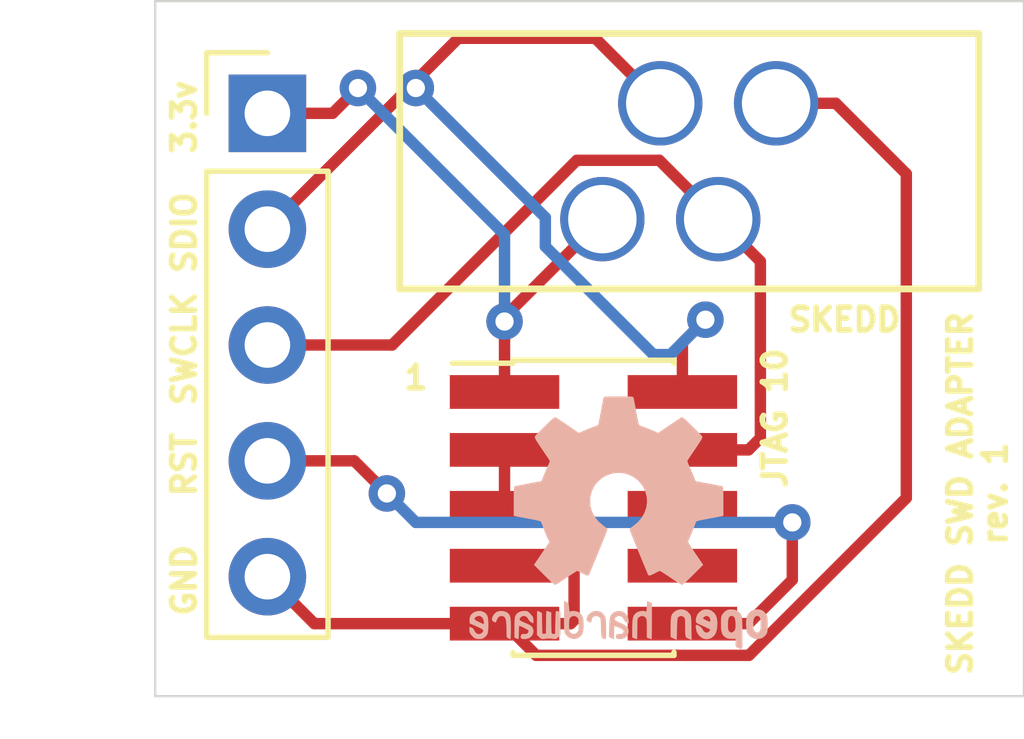
<source format=kicad_pcb>
(kicad_pcb (version 20171130) (host pcbnew 5.1.8-db9833491~88~ubuntu20.10.1)

  (general
    (thickness 1.6)
    (drawings 14)
    (tracks 52)
    (zones 0)
    (modules 4)
    (nets 9)
  )

  (page A4)
  (layers
    (0 F.Cu signal)
    (31 B.Cu signal)
    (32 B.Adhes user)
    (33 F.Adhes user)
    (34 B.Paste user)
    (35 F.Paste user)
    (36 B.SilkS user)
    (37 F.SilkS user)
    (38 B.Mask user)
    (39 F.Mask user)
    (40 Dwgs.User user)
    (41 Cmts.User user)
    (42 Eco1.User user)
    (43 Eco2.User user)
    (44 Edge.Cuts user)
    (45 Margin user)
    (46 B.CrtYd user)
    (47 F.CrtYd user)
    (48 B.Fab user)
    (49 F.Fab user)
  )

  (setup
    (last_trace_width 0.25)
    (trace_clearance 0.2)
    (zone_clearance 0.508)
    (zone_45_only no)
    (trace_min 0.2)
    (via_size 0.8)
    (via_drill 0.4)
    (via_min_size 0.4)
    (via_min_drill 0.3)
    (uvia_size 0.3)
    (uvia_drill 0.1)
    (uvias_allowed no)
    (uvia_min_size 0.2)
    (uvia_min_drill 0.1)
    (edge_width 0.05)
    (segment_width 0.2)
    (pcb_text_width 0.3)
    (pcb_text_size 1.5 1.5)
    (mod_edge_width 0.12)
    (mod_text_size 1 1)
    (mod_text_width 0.15)
    (pad_size 1.524 1.524)
    (pad_drill 0.762)
    (pad_to_mask_clearance 0)
    (aux_axis_origin 0 0)
    (visible_elements FFFFFF7F)
    (pcbplotparams
      (layerselection 0x010fc_ffffffff)
      (usegerberextensions false)
      (usegerberattributes true)
      (usegerberadvancedattributes true)
      (creategerberjobfile true)
      (excludeedgelayer true)
      (linewidth 0.100000)
      (plotframeref false)
      (viasonmask false)
      (mode 1)
      (useauxorigin false)
      (hpglpennumber 1)
      (hpglpenspeed 20)
      (hpglpendiameter 15.000000)
      (psnegative false)
      (psa4output false)
      (plotreference true)
      (plotvalue true)
      (plotinvisibletext false)
      (padsonsilk false)
      (subtractmaskfromsilk false)
      (outputformat 1)
      (mirror false)
      (drillshape 0)
      (scaleselection 1)
      (outputdirectory ""))
  )

  (net 0 "")
  (net 1 GND)
  (net 2 "Net-(J1-Pad8)")
  (net 3 "Net-(J1-Pad7)")
  (net 4 "Net-(J1-Pad6)")
  (net 5 /SWCLK)
  (net 6 /SWDIO)
  (net 7 +3V3)
  (net 8 /RST)

  (net_class Default "This is the default net class."
    (clearance 0.2)
    (trace_width 0.25)
    (via_dia 0.8)
    (via_drill 0.4)
    (uvia_dia 0.3)
    (uvia_drill 0.1)
    (add_net +3V3)
    (add_net /RST)
    (add_net /SWCLK)
    (add_net /SWDIO)
    (add_net GND)
    (add_net "Net-(J1-Pad6)")
    (add_net "Net-(J1-Pad7)")
    (add_net "Net-(J1-Pad8)")
  )

  (module Symbols:OSHW-Logo2_7.3x6mm_SilkScreen (layer B.Cu) (tedit 0) (tstamp 5FC8847A)
    (at 33.655 29.21 180)
    (descr "Open Source Hardware Symbol")
    (tags "Logo Symbol OSHW")
    (attr virtual)
    (fp_text reference REF*** (at 0 0) (layer B.SilkS) hide
      (effects (font (size 1 1) (thickness 0.15)) (justify mirror))
    )
    (fp_text value OSHW-Logo2_7.3x6mm_SilkScreen (at 0.75 0) (layer B.Fab) hide
      (effects (font (size 1 1) (thickness 0.15)) (justify mirror))
    )
    (fp_poly (pts (xy -2.400256 -1.919918) (xy -2.344799 -1.947568) (xy -2.295852 -1.99848) (xy -2.282371 -2.017338)
      (xy -2.267686 -2.042015) (xy -2.258158 -2.068816) (xy -2.252707 -2.104587) (xy -2.250253 -2.156169)
      (xy -2.249714 -2.224267) (xy -2.252148 -2.317588) (xy -2.260606 -2.387657) (xy -2.276826 -2.439931)
      (xy -2.302546 -2.479869) (xy -2.339503 -2.512929) (xy -2.342218 -2.514886) (xy -2.37864 -2.534908)
      (xy -2.422498 -2.544815) (xy -2.478276 -2.547257) (xy -2.568952 -2.547257) (xy -2.56899 -2.635283)
      (xy -2.569834 -2.684308) (xy -2.574976 -2.713065) (xy -2.588413 -2.730311) (xy -2.614142 -2.744808)
      (xy -2.620321 -2.747769) (xy -2.649236 -2.761648) (xy -2.671624 -2.770414) (xy -2.688271 -2.771171)
      (xy -2.699964 -2.761023) (xy -2.70749 -2.737073) (xy -2.711634 -2.696426) (xy -2.713185 -2.636186)
      (xy -2.712929 -2.553455) (xy -2.711651 -2.445339) (xy -2.711252 -2.413) (xy -2.709815 -2.301524)
      (xy -2.708528 -2.228603) (xy -2.569029 -2.228603) (xy -2.568245 -2.290499) (xy -2.56476 -2.330997)
      (xy -2.556876 -2.357708) (xy -2.542895 -2.378244) (xy -2.533403 -2.38826) (xy -2.494596 -2.417567)
      (xy -2.460237 -2.419952) (xy -2.424784 -2.39575) (xy -2.423886 -2.394857) (xy -2.409461 -2.376153)
      (xy -2.400687 -2.350732) (xy -2.396261 -2.311584) (xy -2.394882 -2.251697) (xy -2.394857 -2.23843)
      (xy -2.398188 -2.155901) (xy -2.409031 -2.098691) (xy -2.42866 -2.063766) (xy -2.45835 -2.048094)
      (xy -2.475509 -2.046514) (xy -2.516234 -2.053926) (xy -2.544168 -2.07833) (xy -2.560983 -2.12298)
      (xy -2.56835 -2.19113) (xy -2.569029 -2.228603) (xy -2.708528 -2.228603) (xy -2.708292 -2.215245)
      (xy -2.706323 -2.150333) (xy -2.70355 -2.102958) (xy -2.699612 -2.06929) (xy -2.694151 -2.045498)
      (xy -2.686808 -2.027753) (xy -2.677223 -2.012224) (xy -2.673113 -2.006381) (xy -2.618595 -1.951185)
      (xy -2.549664 -1.91989) (xy -2.469928 -1.911165) (xy -2.400256 -1.919918)) (layer B.SilkS) (width 0.01))
    (fp_poly (pts (xy -1.283907 -1.92778) (xy -1.237328 -1.954723) (xy -1.204943 -1.981466) (xy -1.181258 -2.009484)
      (xy -1.164941 -2.043748) (xy -1.154661 -2.089227) (xy -1.149086 -2.150892) (xy -1.146884 -2.233711)
      (xy -1.146629 -2.293246) (xy -1.146629 -2.512391) (xy -1.208314 -2.540044) (xy -1.27 -2.567697)
      (xy -1.277257 -2.32767) (xy -1.280256 -2.238028) (xy -1.283402 -2.172962) (xy -1.287299 -2.128026)
      (xy -1.292553 -2.09877) (xy -1.299769 -2.080748) (xy -1.30955 -2.069511) (xy -1.312688 -2.067079)
      (xy -1.360239 -2.048083) (xy -1.408303 -2.0556) (xy -1.436914 -2.075543) (xy -1.448553 -2.089675)
      (xy -1.456609 -2.10822) (xy -1.461729 -2.136334) (xy -1.464559 -2.179173) (xy -1.465744 -2.241895)
      (xy -1.465943 -2.307261) (xy -1.465982 -2.389268) (xy -1.467386 -2.447316) (xy -1.472086 -2.486465)
      (xy -1.482013 -2.51178) (xy -1.499097 -2.528323) (xy -1.525268 -2.541156) (xy -1.560225 -2.554491)
      (xy -1.598404 -2.569007) (xy -1.593859 -2.311389) (xy -1.592029 -2.218519) (xy -1.589888 -2.149889)
      (xy -1.586819 -2.100711) (xy -1.582206 -2.066198) (xy -1.575432 -2.041562) (xy -1.565881 -2.022016)
      (xy -1.554366 -2.00477) (xy -1.49881 -1.94968) (xy -1.43102 -1.917822) (xy -1.357287 -1.910191)
      (xy -1.283907 -1.92778)) (layer B.SilkS) (width 0.01))
    (fp_poly (pts (xy -2.958885 -1.921962) (xy -2.890855 -1.957733) (xy -2.840649 -2.015301) (xy -2.822815 -2.052312)
      (xy -2.808937 -2.107882) (xy -2.801833 -2.178096) (xy -2.80116 -2.254727) (xy -2.806573 -2.329552)
      (xy -2.81773 -2.394342) (xy -2.834286 -2.440873) (xy -2.839374 -2.448887) (xy -2.899645 -2.508707)
      (xy -2.971231 -2.544535) (xy -3.048908 -2.55502) (xy -3.127452 -2.53881) (xy -3.149311 -2.529092)
      (xy -3.191878 -2.499143) (xy -3.229237 -2.459433) (xy -3.232768 -2.454397) (xy -3.247119 -2.430124)
      (xy -3.256606 -2.404178) (xy -3.26221 -2.370022) (xy -3.264914 -2.321119) (xy -3.265701 -2.250935)
      (xy -3.265714 -2.2352) (xy -3.265678 -2.230192) (xy -3.120571 -2.230192) (xy -3.119727 -2.29643)
      (xy -3.116404 -2.340386) (xy -3.109417 -2.368779) (xy -3.097584 -2.388325) (xy -3.091543 -2.394857)
      (xy -3.056814 -2.41968) (xy -3.023097 -2.418548) (xy -2.989005 -2.397016) (xy -2.968671 -2.374029)
      (xy -2.956629 -2.340478) (xy -2.949866 -2.287569) (xy -2.949402 -2.281399) (xy -2.948248 -2.185513)
      (xy -2.960312 -2.114299) (xy -2.98543 -2.068194) (xy -3.02344 -2.047635) (xy -3.037008 -2.046514)
      (xy -3.072636 -2.052152) (xy -3.097006 -2.071686) (xy -3.111907 -2.109042) (xy -3.119125 -2.16815)
      (xy -3.120571 -2.230192) (xy -3.265678 -2.230192) (xy -3.265174 -2.160413) (xy -3.262904 -2.108159)
      (xy -3.257932 -2.071949) (xy -3.249287 -2.045299) (xy -3.235995 -2.021722) (xy -3.233057 -2.017338)
      (xy -3.183687 -1.958249) (xy -3.129891 -1.923947) (xy -3.064398 -1.910331) (xy -3.042158 -1.909665)
      (xy -2.958885 -1.921962)) (layer B.SilkS) (width 0.01))
    (fp_poly (pts (xy -1.831697 -1.931239) (xy -1.774473 -1.969735) (xy -1.730251 -2.025335) (xy -1.703833 -2.096086)
      (xy -1.69849 -2.148162) (xy -1.699097 -2.169893) (xy -1.704178 -2.186531) (xy -1.718145 -2.201437)
      (xy -1.745411 -2.217973) (xy -1.790388 -2.239498) (xy -1.857489 -2.269374) (xy -1.857829 -2.269524)
      (xy -1.919593 -2.297813) (xy -1.970241 -2.322933) (xy -2.004596 -2.342179) (xy -2.017482 -2.352848)
      (xy -2.017486 -2.352934) (xy -2.006128 -2.376166) (xy -1.979569 -2.401774) (xy -1.949077 -2.420221)
      (xy -1.93363 -2.423886) (xy -1.891485 -2.411212) (xy -1.855192 -2.379471) (xy -1.837483 -2.344572)
      (xy -1.820448 -2.318845) (xy -1.787078 -2.289546) (xy -1.747851 -2.264235) (xy -1.713244 -2.250471)
      (xy -1.706007 -2.249714) (xy -1.697861 -2.26216) (xy -1.69737 -2.293972) (xy -1.703357 -2.336866)
      (xy -1.714643 -2.382558) (xy -1.73005 -2.422761) (xy -1.730829 -2.424322) (xy -1.777196 -2.489062)
      (xy -1.837289 -2.533097) (xy -1.905535 -2.554711) (xy -1.976362 -2.552185) (xy -2.044196 -2.523804)
      (xy -2.047212 -2.521808) (xy -2.100573 -2.473448) (xy -2.13566 -2.410352) (xy -2.155078 -2.327387)
      (xy -2.157684 -2.304078) (xy -2.162299 -2.194055) (xy -2.156767 -2.142748) (xy -2.017486 -2.142748)
      (xy -2.015676 -2.174753) (xy -2.005778 -2.184093) (xy -1.981102 -2.177105) (xy -1.942205 -2.160587)
      (xy -1.898725 -2.139881) (xy -1.897644 -2.139333) (xy -1.860791 -2.119949) (xy -1.846 -2.107013)
      (xy -1.849647 -2.093451) (xy -1.865005 -2.075632) (xy -1.904077 -2.049845) (xy -1.946154 -2.04795)
      (xy -1.983897 -2.066717) (xy -2.009966 -2.102915) (xy -2.017486 -2.142748) (xy -2.156767 -2.142748)
      (xy -2.152806 -2.106027) (xy -2.12845 -2.036212) (xy -2.094544 -1.987302) (xy -2.033347 -1.937878)
      (xy -1.965937 -1.913359) (xy -1.89712 -1.911797) (xy -1.831697 -1.931239)) (layer B.SilkS) (width 0.01))
    (fp_poly (pts (xy -0.624114 -1.851289) (xy -0.619861 -1.910613) (xy -0.614975 -1.945572) (xy -0.608205 -1.96082)
      (xy -0.598298 -1.961015) (xy -0.595086 -1.959195) (xy -0.552356 -1.946015) (xy -0.496773 -1.946785)
      (xy -0.440263 -1.960333) (xy -0.404918 -1.977861) (xy -0.368679 -2.005861) (xy -0.342187 -2.037549)
      (xy -0.324001 -2.077813) (xy -0.312678 -2.131543) (xy -0.306778 -2.203626) (xy -0.304857 -2.298951)
      (xy -0.304823 -2.317237) (xy -0.3048 -2.522646) (xy -0.350509 -2.53858) (xy -0.382973 -2.54942)
      (xy -0.400785 -2.554468) (xy -0.401309 -2.554514) (xy -0.403063 -2.540828) (xy -0.404556 -2.503076)
      (xy -0.405674 -2.446224) (xy -0.406303 -2.375234) (xy -0.4064 -2.332073) (xy -0.406602 -2.246973)
      (xy -0.407642 -2.185981) (xy -0.410169 -2.144177) (xy -0.414836 -2.116642) (xy -0.422293 -2.098456)
      (xy -0.433189 -2.084698) (xy -0.439993 -2.078073) (xy -0.486728 -2.051375) (xy -0.537728 -2.049375)
      (xy -0.583999 -2.071955) (xy -0.592556 -2.080107) (xy -0.605107 -2.095436) (xy -0.613812 -2.113618)
      (xy -0.619369 -2.139909) (xy -0.622474 -2.179562) (xy -0.623824 -2.237832) (xy -0.624114 -2.318173)
      (xy -0.624114 -2.522646) (xy -0.669823 -2.53858) (xy -0.702287 -2.54942) (xy -0.720099 -2.554468)
      (xy -0.720623 -2.554514) (xy -0.721963 -2.540623) (xy -0.723172 -2.501439) (xy -0.724199 -2.4407)
      (xy -0.724998 -2.362141) (xy -0.725519 -2.269498) (xy -0.725714 -2.166509) (xy -0.725714 -1.769342)
      (xy -0.678543 -1.749444) (xy -0.631371 -1.729547) (xy -0.624114 -1.851289)) (layer B.SilkS) (width 0.01))
    (fp_poly (pts (xy 0.039744 -1.950968) (xy 0.096616 -1.972087) (xy 0.097267 -1.972493) (xy 0.13244 -1.99838)
      (xy 0.158407 -2.028633) (xy 0.17667 -2.068058) (xy 0.188732 -2.121462) (xy 0.196096 -2.193651)
      (xy 0.200264 -2.289432) (xy 0.200629 -2.303078) (xy 0.205876 -2.508842) (xy 0.161716 -2.531678)
      (xy 0.129763 -2.54711) (xy 0.11047 -2.554423) (xy 0.109578 -2.554514) (xy 0.106239 -2.541022)
      (xy 0.103587 -2.504626) (xy 0.101956 -2.451452) (xy 0.1016 -2.408393) (xy 0.101592 -2.338641)
      (xy 0.098403 -2.294837) (xy 0.087288 -2.273944) (xy 0.063501 -2.272925) (xy 0.022296 -2.288741)
      (xy -0.039914 -2.317815) (xy -0.085659 -2.341963) (xy -0.109187 -2.362913) (xy -0.116104 -2.385747)
      (xy -0.116114 -2.386877) (xy -0.104701 -2.426212) (xy -0.070908 -2.447462) (xy -0.019191 -2.450539)
      (xy 0.018061 -2.450006) (xy 0.037703 -2.460735) (xy 0.049952 -2.486505) (xy 0.057002 -2.519337)
      (xy 0.046842 -2.537966) (xy 0.043017 -2.540632) (xy 0.007001 -2.55134) (xy -0.043434 -2.552856)
      (xy -0.095374 -2.545759) (xy -0.132178 -2.532788) (xy -0.183062 -2.489585) (xy -0.211986 -2.429446)
      (xy -0.217714 -2.382462) (xy -0.213343 -2.340082) (xy -0.197525 -2.305488) (xy -0.166203 -2.274763)
      (xy -0.115322 -2.24399) (xy -0.040824 -2.209252) (xy -0.036286 -2.207288) (xy 0.030821 -2.176287)
      (xy 0.072232 -2.150862) (xy 0.089981 -2.128014) (xy 0.086107 -2.104745) (xy 0.062643 -2.078056)
      (xy 0.055627 -2.071914) (xy 0.00863 -2.0481) (xy -0.040067 -2.049103) (xy -0.082478 -2.072451)
      (xy -0.110616 -2.115675) (xy -0.113231 -2.12416) (xy -0.138692 -2.165308) (xy -0.170999 -2.185128)
      (xy -0.217714 -2.20477) (xy -0.217714 -2.15395) (xy -0.203504 -2.080082) (xy -0.161325 -2.012327)
      (xy -0.139376 -1.989661) (xy -0.089483 -1.960569) (xy -0.026033 -1.9474) (xy 0.039744 -1.950968)) (layer B.SilkS) (width 0.01))
    (fp_poly (pts (xy 0.529926 -1.949755) (xy 0.595858 -1.974084) (xy 0.649273 -2.017117) (xy 0.670164 -2.047409)
      (xy 0.692939 -2.102994) (xy 0.692466 -2.143186) (xy 0.668562 -2.170217) (xy 0.659717 -2.174813)
      (xy 0.62153 -2.189144) (xy 0.602028 -2.185472) (xy 0.595422 -2.161407) (xy 0.595086 -2.148114)
      (xy 0.582992 -2.09921) (xy 0.551471 -2.064999) (xy 0.507659 -2.048476) (xy 0.458695 -2.052634)
      (xy 0.418894 -2.074227) (xy 0.40545 -2.086544) (xy 0.395921 -2.101487) (xy 0.389485 -2.124075)
      (xy 0.385317 -2.159328) (xy 0.382597 -2.212266) (xy 0.380502 -2.287907) (xy 0.37996 -2.311857)
      (xy 0.377981 -2.39379) (xy 0.375731 -2.451455) (xy 0.372357 -2.489608) (xy 0.367006 -2.513004)
      (xy 0.358824 -2.526398) (xy 0.346959 -2.534545) (xy 0.339362 -2.538144) (xy 0.307102 -2.550452)
      (xy 0.288111 -2.554514) (xy 0.281836 -2.540948) (xy 0.278006 -2.499934) (xy 0.2766 -2.430999)
      (xy 0.277598 -2.333669) (xy 0.277908 -2.318657) (xy 0.280101 -2.229859) (xy 0.282693 -2.165019)
      (xy 0.286382 -2.119067) (xy 0.291864 -2.086935) (xy 0.299835 -2.063553) (xy 0.310993 -2.043852)
      (xy 0.31683 -2.03541) (xy 0.350296 -1.998057) (xy 0.387727 -1.969003) (xy 0.392309 -1.966467)
      (xy 0.459426 -1.946443) (xy 0.529926 -1.949755)) (layer B.SilkS) (width 0.01))
    (fp_poly (pts (xy 1.190117 -2.065358) (xy 1.189933 -2.173837) (xy 1.189219 -2.257287) (xy 1.187675 -2.319704)
      (xy 1.185001 -2.365085) (xy 1.180894 -2.397429) (xy 1.175055 -2.420733) (xy 1.167182 -2.438995)
      (xy 1.161221 -2.449418) (xy 1.111855 -2.505945) (xy 1.049264 -2.541377) (xy 0.980013 -2.55409)
      (xy 0.910668 -2.542463) (xy 0.869375 -2.521568) (xy 0.826025 -2.485422) (xy 0.796481 -2.441276)
      (xy 0.778655 -2.383462) (xy 0.770463 -2.306313) (xy 0.769302 -2.249714) (xy 0.769458 -2.245647)
      (xy 0.870857 -2.245647) (xy 0.871476 -2.31055) (xy 0.874314 -2.353514) (xy 0.88084 -2.381622)
      (xy 0.892523 -2.401953) (xy 0.906483 -2.417288) (xy 0.953365 -2.44689) (xy 1.003701 -2.449419)
      (xy 1.051276 -2.424705) (xy 1.054979 -2.421356) (xy 1.070783 -2.403935) (xy 1.080693 -2.383209)
      (xy 1.086058 -2.352362) (xy 1.088228 -2.304577) (xy 1.088571 -2.251748) (xy 1.087827 -2.185381)
      (xy 1.084748 -2.141106) (xy 1.078061 -2.112009) (xy 1.066496 -2.091173) (xy 1.057013 -2.080107)
      (xy 1.01296 -2.052198) (xy 0.962224 -2.048843) (xy 0.913796 -2.070159) (xy 0.90445 -2.078073)
      (xy 0.88854 -2.095647) (xy 0.87861 -2.116587) (xy 0.873278 -2.147782) (xy 0.871163 -2.196122)
      (xy 0.870857 -2.245647) (xy 0.769458 -2.245647) (xy 0.77281 -2.158568) (xy 0.784726 -2.090086)
      (xy 0.807135 -2.0386) (xy 0.842124 -1.998443) (xy 0.869375 -1.977861) (xy 0.918907 -1.955625)
      (xy 0.976316 -1.945304) (xy 1.029682 -1.948067) (xy 1.059543 -1.959212) (xy 1.071261 -1.962383)
      (xy 1.079037 -1.950557) (xy 1.084465 -1.918866) (xy 1.088571 -1.870593) (xy 1.093067 -1.816829)
      (xy 1.099313 -1.784482) (xy 1.110676 -1.765985) (xy 1.130528 -1.75377) (xy 1.143 -1.748362)
      (xy 1.190171 -1.728601) (xy 1.190117 -2.065358)) (layer B.SilkS) (width 0.01))
    (fp_poly (pts (xy 1.779833 -1.958663) (xy 1.782048 -1.99685) (xy 1.783784 -2.054886) (xy 1.784899 -2.12818)
      (xy 1.785257 -2.205055) (xy 1.785257 -2.465196) (xy 1.739326 -2.511127) (xy 1.707675 -2.539429)
      (xy 1.67989 -2.550893) (xy 1.641915 -2.550168) (xy 1.62684 -2.548321) (xy 1.579726 -2.542948)
      (xy 1.540756 -2.539869) (xy 1.531257 -2.539585) (xy 1.499233 -2.541445) (xy 1.453432 -2.546114)
      (xy 1.435674 -2.548321) (xy 1.392057 -2.551735) (xy 1.362745 -2.54432) (xy 1.33368 -2.521427)
      (xy 1.323188 -2.511127) (xy 1.277257 -2.465196) (xy 1.277257 -1.978602) (xy 1.314226 -1.961758)
      (xy 1.346059 -1.949282) (xy 1.364683 -1.944914) (xy 1.369458 -1.958718) (xy 1.373921 -1.997286)
      (xy 1.377775 -2.056356) (xy 1.380722 -2.131663) (xy 1.382143 -2.195286) (xy 1.386114 -2.445657)
      (xy 1.420759 -2.450556) (xy 1.452268 -2.447131) (xy 1.467708 -2.436041) (xy 1.472023 -2.415308)
      (xy 1.475708 -2.371145) (xy 1.478469 -2.309146) (xy 1.480012 -2.234909) (xy 1.480235 -2.196706)
      (xy 1.480457 -1.976783) (xy 1.526166 -1.960849) (xy 1.558518 -1.950015) (xy 1.576115 -1.944962)
      (xy 1.576623 -1.944914) (xy 1.578388 -1.958648) (xy 1.580329 -1.99673) (xy 1.582282 -2.054482)
      (xy 1.584084 -2.127227) (xy 1.585343 -2.195286) (xy 1.589314 -2.445657) (xy 1.6764 -2.445657)
      (xy 1.680396 -2.21724) (xy 1.684392 -1.988822) (xy 1.726847 -1.966868) (xy 1.758192 -1.951793)
      (xy 1.776744 -1.944951) (xy 1.777279 -1.944914) (xy 1.779833 -1.958663)) (layer B.SilkS) (width 0.01))
    (fp_poly (pts (xy 2.144876 -1.956335) (xy 2.186667 -1.975344) (xy 2.219469 -1.998378) (xy 2.243503 -2.024133)
      (xy 2.260097 -2.057358) (xy 2.270577 -2.1028) (xy 2.276271 -2.165207) (xy 2.278507 -2.249327)
      (xy 2.278743 -2.304721) (xy 2.278743 -2.520826) (xy 2.241774 -2.53767) (xy 2.212656 -2.549981)
      (xy 2.198231 -2.554514) (xy 2.195472 -2.541025) (xy 2.193282 -2.504653) (xy 2.191942 -2.451542)
      (xy 2.191657 -2.409372) (xy 2.190434 -2.348447) (xy 2.187136 -2.300115) (xy 2.182321 -2.270518)
      (xy 2.178496 -2.264229) (xy 2.152783 -2.270652) (xy 2.112418 -2.287125) (xy 2.065679 -2.309458)
      (xy 2.020845 -2.333457) (xy 1.986193 -2.35493) (xy 1.970002 -2.369685) (xy 1.969938 -2.369845)
      (xy 1.97133 -2.397152) (xy 1.983818 -2.423219) (xy 2.005743 -2.444392) (xy 2.037743 -2.451474)
      (xy 2.065092 -2.450649) (xy 2.103826 -2.450042) (xy 2.124158 -2.459116) (xy 2.136369 -2.483092)
      (xy 2.137909 -2.487613) (xy 2.143203 -2.521806) (xy 2.129047 -2.542568) (xy 2.092148 -2.552462)
      (xy 2.052289 -2.554292) (xy 1.980562 -2.540727) (xy 1.943432 -2.521355) (xy 1.897576 -2.475845)
      (xy 1.873256 -2.419983) (xy 1.871073 -2.360957) (xy 1.891629 -2.305953) (xy 1.922549 -2.271486)
      (xy 1.95342 -2.252189) (xy 2.001942 -2.227759) (xy 2.058485 -2.202985) (xy 2.06791 -2.199199)
      (xy 2.130019 -2.171791) (xy 2.165822 -2.147634) (xy 2.177337 -2.123619) (xy 2.16658 -2.096635)
      (xy 2.148114 -2.075543) (xy 2.104469 -2.049572) (xy 2.056446 -2.047624) (xy 2.012406 -2.067637)
      (xy 1.980709 -2.107551) (xy 1.976549 -2.117848) (xy 1.952327 -2.155724) (xy 1.916965 -2.183842)
      (xy 1.872343 -2.206917) (xy 1.872343 -2.141485) (xy 1.874969 -2.101506) (xy 1.88623 -2.069997)
      (xy 1.911199 -2.036378) (xy 1.935169 -2.010484) (xy 1.972441 -1.973817) (xy 2.001401 -1.954121)
      (xy 2.032505 -1.94622) (xy 2.067713 -1.944914) (xy 2.144876 -1.956335)) (layer B.SilkS) (width 0.01))
    (fp_poly (pts (xy 2.6526 -1.958752) (xy 2.669948 -1.966334) (xy 2.711356 -1.999128) (xy 2.746765 -2.046547)
      (xy 2.768664 -2.097151) (xy 2.772229 -2.122098) (xy 2.760279 -2.156927) (xy 2.734067 -2.175357)
      (xy 2.705964 -2.186516) (xy 2.693095 -2.188572) (xy 2.686829 -2.173649) (xy 2.674456 -2.141175)
      (xy 2.669028 -2.126502) (xy 2.63859 -2.075744) (xy 2.59452 -2.050427) (xy 2.53801 -2.051206)
      (xy 2.533825 -2.052203) (xy 2.503655 -2.066507) (xy 2.481476 -2.094393) (xy 2.466327 -2.139287)
      (xy 2.45725 -2.204615) (xy 2.453286 -2.293804) (xy 2.452914 -2.341261) (xy 2.45273 -2.416071)
      (xy 2.451522 -2.467069) (xy 2.448309 -2.499471) (xy 2.442109 -2.518495) (xy 2.43194 -2.529356)
      (xy 2.416819 -2.537272) (xy 2.415946 -2.53767) (xy 2.386828 -2.549981) (xy 2.372403 -2.554514)
      (xy 2.370186 -2.540809) (xy 2.368289 -2.502925) (xy 2.366847 -2.445715) (xy 2.365998 -2.374027)
      (xy 2.365829 -2.321565) (xy 2.366692 -2.220047) (xy 2.37007 -2.143032) (xy 2.377142 -2.086023)
      (xy 2.389088 -2.044526) (xy 2.40709 -2.014043) (xy 2.432327 -1.99008) (xy 2.457247 -1.973355)
      (xy 2.517171 -1.951097) (xy 2.586911 -1.946076) (xy 2.6526 -1.958752)) (layer B.SilkS) (width 0.01))
    (fp_poly (pts (xy 3.153595 -1.966966) (xy 3.211021 -2.004497) (xy 3.238719 -2.038096) (xy 3.260662 -2.099064)
      (xy 3.262405 -2.147308) (xy 3.258457 -2.211816) (xy 3.109686 -2.276934) (xy 3.037349 -2.310202)
      (xy 2.990084 -2.336964) (xy 2.965507 -2.360144) (xy 2.961237 -2.382667) (xy 2.974889 -2.407455)
      (xy 2.989943 -2.423886) (xy 3.033746 -2.450235) (xy 3.081389 -2.452081) (xy 3.125145 -2.431546)
      (xy 3.157289 -2.390752) (xy 3.163038 -2.376347) (xy 3.190576 -2.331356) (xy 3.222258 -2.312182)
      (xy 3.265714 -2.295779) (xy 3.265714 -2.357966) (xy 3.261872 -2.400283) (xy 3.246823 -2.435969)
      (xy 3.21528 -2.476943) (xy 3.210592 -2.482267) (xy 3.175506 -2.51872) (xy 3.145347 -2.538283)
      (xy 3.107615 -2.547283) (xy 3.076335 -2.55023) (xy 3.020385 -2.550965) (xy 2.980555 -2.54166)
      (xy 2.955708 -2.527846) (xy 2.916656 -2.497467) (xy 2.889625 -2.464613) (xy 2.872517 -2.423294)
      (xy 2.863238 -2.367521) (xy 2.859693 -2.291305) (xy 2.85941 -2.252622) (xy 2.860372 -2.206247)
      (xy 2.948007 -2.206247) (xy 2.949023 -2.231126) (xy 2.951556 -2.2352) (xy 2.968274 -2.229665)
      (xy 3.004249 -2.215017) (xy 3.052331 -2.19419) (xy 3.062386 -2.189714) (xy 3.123152 -2.158814)
      (xy 3.156632 -2.131657) (xy 3.16399 -2.10622) (xy 3.146391 -2.080481) (xy 3.131856 -2.069109)
      (xy 3.07941 -2.046364) (xy 3.030322 -2.050122) (xy 2.989227 -2.077884) (xy 2.960758 -2.127152)
      (xy 2.951631 -2.166257) (xy 2.948007 -2.206247) (xy 2.860372 -2.206247) (xy 2.861285 -2.162249)
      (xy 2.868196 -2.095384) (xy 2.881884 -2.046695) (xy 2.904096 -2.010849) (xy 2.936574 -1.982513)
      (xy 2.950733 -1.973355) (xy 3.015053 -1.949507) (xy 3.085473 -1.948006) (xy 3.153595 -1.966966)) (layer B.SilkS) (width 0.01))
    (fp_poly (pts (xy 0.10391 2.757652) (xy 0.182454 2.757222) (xy 0.239298 2.756058) (xy 0.278105 2.753793)
      (xy 0.302538 2.75006) (xy 0.316262 2.744494) (xy 0.32294 2.736727) (xy 0.326236 2.726395)
      (xy 0.326556 2.725057) (xy 0.331562 2.700921) (xy 0.340829 2.653299) (xy 0.353392 2.587259)
      (xy 0.368287 2.507872) (xy 0.384551 2.420204) (xy 0.385119 2.417125) (xy 0.40141 2.331211)
      (xy 0.416652 2.255304) (xy 0.429861 2.193955) (xy 0.440054 2.151718) (xy 0.446248 2.133145)
      (xy 0.446543 2.132816) (xy 0.464788 2.123747) (xy 0.502405 2.108633) (xy 0.551271 2.090738)
      (xy 0.551543 2.090642) (xy 0.613093 2.067507) (xy 0.685657 2.038035) (xy 0.754057 2.008403)
      (xy 0.757294 2.006938) (xy 0.868702 1.956374) (xy 1.115399 2.12484) (xy 1.191077 2.176197)
      (xy 1.259631 2.222111) (xy 1.317088 2.25997) (xy 1.359476 2.287163) (xy 1.382825 2.301079)
      (xy 1.385042 2.302111) (xy 1.40201 2.297516) (xy 1.433701 2.275345) (xy 1.481352 2.234553)
      (xy 1.546198 2.174095) (xy 1.612397 2.109773) (xy 1.676214 2.046388) (xy 1.733329 1.988549)
      (xy 1.780305 1.939825) (xy 1.813703 1.90379) (xy 1.830085 1.884016) (xy 1.830694 1.882998)
      (xy 1.832505 1.869428) (xy 1.825683 1.847267) (xy 1.80854 1.813522) (xy 1.779393 1.7652)
      (xy 1.736555 1.699308) (xy 1.679448 1.614483) (xy 1.628766 1.539823) (xy 1.583461 1.47286)
      (xy 1.54615 1.417484) (xy 1.519452 1.37758) (xy 1.505985 1.357038) (xy 1.505137 1.355644)
      (xy 1.506781 1.335962) (xy 1.519245 1.297707) (xy 1.540048 1.248111) (xy 1.547462 1.232272)
      (xy 1.579814 1.16171) (xy 1.614328 1.081647) (xy 1.642365 1.012371) (xy 1.662568 0.960955)
      (xy 1.678615 0.921881) (xy 1.687888 0.901459) (xy 1.689041 0.899886) (xy 1.706096 0.897279)
      (xy 1.746298 0.890137) (xy 1.804302 0.879477) (xy 1.874763 0.866315) (xy 1.952335 0.851667)
      (xy 2.031672 0.836551) (xy 2.107431 0.821982) (xy 2.174264 0.808978) (xy 2.226828 0.798555)
      (xy 2.259776 0.79173) (xy 2.267857 0.789801) (xy 2.276205 0.785038) (xy 2.282506 0.774282)
      (xy 2.287045 0.753902) (xy 2.290104 0.720266) (xy 2.291967 0.669745) (xy 2.292918 0.598708)
      (xy 2.29324 0.503524) (xy 2.293257 0.464508) (xy 2.293257 0.147201) (xy 2.217057 0.132161)
      (xy 2.174663 0.124005) (xy 2.1114 0.112101) (xy 2.034962 0.097884) (xy 1.953043 0.08279)
      (xy 1.9304 0.078645) (xy 1.854806 0.063947) (xy 1.788953 0.049495) (xy 1.738366 0.036625)
      (xy 1.708574 0.026678) (xy 1.703612 0.023713) (xy 1.691426 0.002717) (xy 1.673953 -0.037967)
      (xy 1.654577 -0.090322) (xy 1.650734 -0.1016) (xy 1.625339 -0.171523) (xy 1.593817 -0.250418)
      (xy 1.562969 -0.321266) (xy 1.562817 -0.321595) (xy 1.511447 -0.432733) (xy 1.680399 -0.681253)
      (xy 1.849352 -0.929772) (xy 1.632429 -1.147058) (xy 1.566819 -1.211726) (xy 1.506979 -1.268733)
      (xy 1.456267 -1.315033) (xy 1.418046 -1.347584) (xy 1.395675 -1.363343) (xy 1.392466 -1.364343)
      (xy 1.373626 -1.356469) (xy 1.33518 -1.334578) (xy 1.28133 -1.301267) (xy 1.216276 -1.259131)
      (xy 1.14594 -1.211943) (xy 1.074555 -1.16381) (xy 1.010908 -1.121928) (xy 0.959041 -1.088871)
      (xy 0.922995 -1.067218) (xy 0.906867 -1.059543) (xy 0.887189 -1.066037) (xy 0.849875 -1.08315)
      (xy 0.802621 -1.107326) (xy 0.797612 -1.110013) (xy 0.733977 -1.141927) (xy 0.690341 -1.157579)
      (xy 0.663202 -1.157745) (xy 0.649057 -1.143204) (xy 0.648975 -1.143) (xy 0.641905 -1.125779)
      (xy 0.625042 -1.084899) (xy 0.599695 -1.023525) (xy 0.567171 -0.944819) (xy 0.528778 -0.851947)
      (xy 0.485822 -0.748072) (xy 0.444222 -0.647502) (xy 0.398504 -0.536516) (xy 0.356526 -0.433703)
      (xy 0.319548 -0.342215) (xy 0.288827 -0.265201) (xy 0.265622 -0.205815) (xy 0.25119 -0.167209)
      (xy 0.246743 -0.1528) (xy 0.257896 -0.136272) (xy 0.287069 -0.10993) (xy 0.325971 -0.080887)
      (xy 0.436757 0.010961) (xy 0.523351 0.116241) (xy 0.584716 0.232734) (xy 0.619815 0.358224)
      (xy 0.627608 0.490493) (xy 0.621943 0.551543) (xy 0.591078 0.678205) (xy 0.53792 0.790059)
      (xy 0.465767 0.885999) (xy 0.377917 0.964924) (xy 0.277665 1.02573) (xy 0.16831 1.067313)
      (xy 0.053147 1.088572) (xy -0.064525 1.088401) (xy -0.18141 1.065699) (xy -0.294211 1.019362)
      (xy -0.399631 0.948287) (xy -0.443632 0.908089) (xy -0.528021 0.804871) (xy -0.586778 0.692075)
      (xy -0.620296 0.57299) (xy -0.628965 0.450905) (xy -0.613177 0.329107) (xy -0.573322 0.210884)
      (xy -0.509793 0.099525) (xy -0.422979 -0.001684) (xy -0.325971 -0.080887) (xy -0.285563 -0.111162)
      (xy -0.257018 -0.137219) (xy -0.246743 -0.152825) (xy -0.252123 -0.169843) (xy -0.267425 -0.2105)
      (xy -0.291388 -0.271642) (xy -0.322756 -0.350119) (xy -0.360268 -0.44278) (xy -0.402667 -0.546472)
      (xy -0.444337 -0.647526) (xy -0.49031 -0.758607) (xy -0.532893 -0.861541) (xy -0.570779 -0.953165)
      (xy -0.60266 -1.030316) (xy -0.627229 -1.089831) (xy -0.64318 -1.128544) (xy -0.64909 -1.143)
      (xy -0.663052 -1.157685) (xy -0.69006 -1.157642) (xy -0.733587 -1.142099) (xy -0.79711 -1.110284)
      (xy -0.797612 -1.110013) (xy -0.84544 -1.085323) (xy -0.884103 -1.067338) (xy -0.905905 -1.059614)
      (xy -0.906867 -1.059543) (xy -0.923279 -1.067378) (xy -0.959513 -1.089165) (xy -1.011526 -1.122328)
      (xy -1.075275 -1.164291) (xy -1.14594 -1.211943) (xy -1.217884 -1.260191) (xy -1.282726 -1.302151)
      (xy -1.336265 -1.335227) (xy -1.374303 -1.356821) (xy -1.392467 -1.364343) (xy -1.409192 -1.354457)
      (xy -1.44282 -1.326826) (xy -1.48999 -1.284495) (xy -1.547342 -1.230505) (xy -1.611516 -1.167899)
      (xy -1.632503 -1.146983) (xy -1.849501 -0.929623) (xy -1.684332 -0.68722) (xy -1.634136 -0.612781)
      (xy -1.590081 -0.545972) (xy -1.554638 -0.490665) (xy -1.530281 -0.450729) (xy -1.519478 -0.430036)
      (xy -1.519162 -0.428563) (xy -1.524857 -0.409058) (xy -1.540174 -0.369822) (xy -1.562463 -0.31743)
      (xy -1.578107 -0.282355) (xy -1.607359 -0.215201) (xy -1.634906 -0.147358) (xy -1.656263 -0.090034)
      (xy -1.662065 -0.072572) (xy -1.678548 -0.025938) (xy -1.69466 0.010095) (xy -1.70351 0.023713)
      (xy -1.72304 0.032048) (xy -1.765666 0.043863) (xy -1.825855 0.057819) (xy -1.898078 0.072578)
      (xy -1.9304 0.078645) (xy -2.012478 0.093727) (xy -2.091205 0.108331) (xy -2.158891 0.12102)
      (xy -2.20784 0.130358) (xy -2.217057 0.132161) (xy -2.293257 0.147201) (xy -2.293257 0.464508)
      (xy -2.293086 0.568846) (xy -2.292384 0.647787) (xy -2.290866 0.704962) (xy -2.288251 0.744001)
      (xy -2.284254 0.768535) (xy -2.278591 0.782195) (xy -2.27098 0.788611) (xy -2.267857 0.789801)
      (xy -2.249022 0.79402) (xy -2.207412 0.802438) (xy -2.14837 0.814039) (xy -2.077243 0.827805)
      (xy -1.999375 0.84272) (xy -1.920113 0.857768) (xy -1.844802 0.871931) (xy -1.778787 0.884194)
      (xy -1.727413 0.893539) (xy -1.696025 0.89895) (xy -1.689041 0.899886) (xy -1.682715 0.912404)
      (xy -1.66871 0.945754) (xy -1.649645 0.993623) (xy -1.642366 1.012371) (xy -1.613004 1.084805)
      (xy -1.578429 1.16483) (xy -1.547463 1.232272) (xy -1.524677 1.283841) (xy -1.509518 1.326215)
      (xy -1.504458 1.352166) (xy -1.505264 1.355644) (xy -1.515959 1.372064) (xy -1.54038 1.408583)
      (xy -1.575905 1.461313) (xy -1.619913 1.526365) (xy -1.669783 1.599849) (xy -1.679644 1.614355)
      (xy -1.737508 1.700296) (xy -1.780044 1.765739) (xy -1.808946 1.813696) (xy -1.82591 1.84718)
      (xy -1.832633 1.869205) (xy -1.83081 1.882783) (xy -1.830764 1.882869) (xy -1.816414 1.900703)
      (xy -1.784677 1.935183) (xy -1.73899 1.982732) (xy -1.682796 2.039778) (xy -1.619532 2.102745)
      (xy -1.612398 2.109773) (xy -1.53267 2.18698) (xy -1.471143 2.24367) (xy -1.426579 2.28089)
      (xy -1.397743 2.299685) (xy -1.385042 2.302111) (xy -1.366506 2.291529) (xy -1.328039 2.267084)
      (xy -1.273614 2.231388) (xy -1.207202 2.187053) (xy -1.132775 2.136689) (xy -1.115399 2.12484)
      (xy -0.868703 1.956374) (xy -0.757294 2.006938) (xy -0.689543 2.036405) (xy -0.616817 2.066041)
      (xy -0.554297 2.08967) (xy -0.551543 2.090642) (xy -0.50264 2.108543) (xy -0.464943 2.12368)
      (xy -0.446575 2.13279) (xy -0.446544 2.132816) (xy -0.440715 2.149283) (xy -0.430808 2.189781)
      (xy -0.417805 2.249758) (xy -0.402691 2.32466) (xy -0.386448 2.409936) (xy -0.385119 2.417125)
      (xy -0.368825 2.504986) (xy -0.353867 2.58474) (xy -0.341209 2.651319) (xy -0.331814 2.699653)
      (xy -0.326646 2.724675) (xy -0.326556 2.725057) (xy -0.323411 2.735701) (xy -0.317296 2.743738)
      (xy -0.304547 2.749533) (xy -0.2815 2.753453) (xy -0.244491 2.755865) (xy -0.189856 2.757135)
      (xy -0.113933 2.757629) (xy -0.013056 2.757714) (xy 0 2.757714) (xy 0.10391 2.757652)) (layer B.SilkS) (width 0.01))
  )

  (module Pin_Headers:Pin_Header_Straight_2x05_Pitch1.27mm_SMD (layer F.Cu) (tedit 59650536) (tstamp 5FC87B04)
    (at 33.105001 28.890001)
    (descr "surface-mounted straight pin header, 2x05, 1.27mm pitch, double rows")
    (tags "Surface mounted pin header SMD 2x05 1.27mm double row")
    (path /5FC8F185)
    (attr smd)
    (fp_text reference J1 (at 0 -4.235) (layer F.SilkS) hide
      (effects (font (size 1 1) (thickness 0.15)))
    )
    (fp_text value JTAG_10 (at 0 4.235) (layer F.Fab)
      (effects (font (size 1 1) (thickness 0.15)))
    )
    (fp_line (start 4.3 -3.7) (end -4.3 -3.7) (layer F.CrtYd) (width 0.05))
    (fp_line (start 4.3 3.7) (end 4.3 -3.7) (layer F.CrtYd) (width 0.05))
    (fp_line (start -4.3 3.7) (end 4.3 3.7) (layer F.CrtYd) (width 0.05))
    (fp_line (start -4.3 -3.7) (end -4.3 3.7) (layer F.CrtYd) (width 0.05))
    (fp_line (start 1.765 3.17) (end 1.765 3.235) (layer F.SilkS) (width 0.12))
    (fp_line (start -1.765 3.17) (end -1.765 3.235) (layer F.SilkS) (width 0.12))
    (fp_line (start 1.765 -3.235) (end 1.765 -3.17) (layer F.SilkS) (width 0.12))
    (fp_line (start -1.765 -3.235) (end -1.765 -3.17) (layer F.SilkS) (width 0.12))
    (fp_line (start -3.09 -3.17) (end -1.765 -3.17) (layer F.SilkS) (width 0.12))
    (fp_line (start -1.765 3.235) (end 1.765 3.235) (layer F.SilkS) (width 0.12))
    (fp_line (start -1.765 -3.235) (end 1.765 -3.235) (layer F.SilkS) (width 0.12))
    (fp_line (start 2.75 2.74) (end 1.705 2.74) (layer F.Fab) (width 0.1))
    (fp_line (start 2.75 2.34) (end 2.75 2.74) (layer F.Fab) (width 0.1))
    (fp_line (start 1.705 2.34) (end 2.75 2.34) (layer F.Fab) (width 0.1))
    (fp_line (start -2.75 2.74) (end -1.705 2.74) (layer F.Fab) (width 0.1))
    (fp_line (start -2.75 2.34) (end -2.75 2.74) (layer F.Fab) (width 0.1))
    (fp_line (start -1.705 2.34) (end -2.75 2.34) (layer F.Fab) (width 0.1))
    (fp_line (start 2.75 1.47) (end 1.705 1.47) (layer F.Fab) (width 0.1))
    (fp_line (start 2.75 1.07) (end 2.75 1.47) (layer F.Fab) (width 0.1))
    (fp_line (start 1.705 1.07) (end 2.75 1.07) (layer F.Fab) (width 0.1))
    (fp_line (start -2.75 1.47) (end -1.705 1.47) (layer F.Fab) (width 0.1))
    (fp_line (start -2.75 1.07) (end -2.75 1.47) (layer F.Fab) (width 0.1))
    (fp_line (start -1.705 1.07) (end -2.75 1.07) (layer F.Fab) (width 0.1))
    (fp_line (start 2.75 0.2) (end 1.705 0.2) (layer F.Fab) (width 0.1))
    (fp_line (start 2.75 -0.2) (end 2.75 0.2) (layer F.Fab) (width 0.1))
    (fp_line (start 1.705 -0.2) (end 2.75 -0.2) (layer F.Fab) (width 0.1))
    (fp_line (start -2.75 0.2) (end -1.705 0.2) (layer F.Fab) (width 0.1))
    (fp_line (start -2.75 -0.2) (end -2.75 0.2) (layer F.Fab) (width 0.1))
    (fp_line (start -1.705 -0.2) (end -2.75 -0.2) (layer F.Fab) (width 0.1))
    (fp_line (start 2.75 -1.07) (end 1.705 -1.07) (layer F.Fab) (width 0.1))
    (fp_line (start 2.75 -1.47) (end 2.75 -1.07) (layer F.Fab) (width 0.1))
    (fp_line (start 1.705 -1.47) (end 2.75 -1.47) (layer F.Fab) (width 0.1))
    (fp_line (start -2.75 -1.07) (end -1.705 -1.07) (layer F.Fab) (width 0.1))
    (fp_line (start -2.75 -1.47) (end -2.75 -1.07) (layer F.Fab) (width 0.1))
    (fp_line (start -1.705 -1.47) (end -2.75 -1.47) (layer F.Fab) (width 0.1))
    (fp_line (start 2.75 -2.34) (end 1.705 -2.34) (layer F.Fab) (width 0.1))
    (fp_line (start 2.75 -2.74) (end 2.75 -2.34) (layer F.Fab) (width 0.1))
    (fp_line (start 1.705 -2.74) (end 2.75 -2.74) (layer F.Fab) (width 0.1))
    (fp_line (start -2.75 -2.34) (end -1.705 -2.34) (layer F.Fab) (width 0.1))
    (fp_line (start -2.75 -2.74) (end -2.75 -2.34) (layer F.Fab) (width 0.1))
    (fp_line (start -1.705 -2.74) (end -2.75 -2.74) (layer F.Fab) (width 0.1))
    (fp_line (start 1.705 -3.175) (end 1.705 3.175) (layer F.Fab) (width 0.1))
    (fp_line (start -1.705 -2.74) (end -1.27 -3.175) (layer F.Fab) (width 0.1))
    (fp_line (start -1.705 3.175) (end -1.705 -2.74) (layer F.Fab) (width 0.1))
    (fp_line (start -1.27 -3.175) (end 1.705 -3.175) (layer F.Fab) (width 0.1))
    (fp_line (start 1.705 3.175) (end -1.705 3.175) (layer F.Fab) (width 0.1))
    (fp_text user %R (at 0 0 90) (layer F.Fab)
      (effects (font (size 1 1) (thickness 0.15)))
    )
    (pad 10 smd rect (at 1.95 2.54) (size 2.4 0.74) (layers F.Cu F.Paste F.Mask)
      (net 8 /RST))
    (pad 9 smd rect (at -1.95 2.54) (size 2.4 0.74) (layers F.Cu F.Paste F.Mask)
      (net 1 GND))
    (pad 8 smd rect (at 1.95 1.27) (size 2.4 0.74) (layers F.Cu F.Paste F.Mask)
      (net 2 "Net-(J1-Pad8)"))
    (pad 7 smd rect (at -1.95 1.27) (size 2.4 0.74) (layers F.Cu F.Paste F.Mask)
      (net 3 "Net-(J1-Pad7)"))
    (pad 6 smd rect (at 1.95 0) (size 2.4 0.74) (layers F.Cu F.Paste F.Mask)
      (net 4 "Net-(J1-Pad6)"))
    (pad 5 smd rect (at -1.95 0) (size 2.4 0.74) (layers F.Cu F.Paste F.Mask)
      (net 1 GND))
    (pad 4 smd rect (at 1.95 -1.27) (size 2.4 0.74) (layers F.Cu F.Paste F.Mask)
      (net 5 /SWCLK))
    (pad 3 smd rect (at -1.95 -1.27) (size 2.4 0.74) (layers F.Cu F.Paste F.Mask)
      (net 1 GND))
    (pad 2 smd rect (at 1.95 -2.54) (size 2.4 0.74) (layers F.Cu F.Paste F.Mask)
      (net 6 /SWDIO))
    (pad 1 smd rect (at -1.95 -2.54) (size 2.4 0.74) (layers F.Cu F.Paste F.Mask)
      (net 7 +3V3))
    (model ${KISYS3DMOD}/Pin_Headers.3dshapes/Pin_Header_Straight_2x05_Pitch1.27mm_SMD.wrl
      (at (xyz 0 0 0))
      (scale (xyz 1 1 1))
      (rotate (xyz 0 0 0))
    )
  )

  (module Pin_Headers:Pin_Header_Straight_1x05_Pitch2.54mm (layer F.Cu) (tedit 59650532) (tstamp 5FC87B1D)
    (at 25.955001 20.240001)
    (descr "Through hole straight pin header, 1x05, 2.54mm pitch, single row")
    (tags "Through hole pin header THT 1x05 2.54mm single row")
    (path /5FC9D77C)
    (fp_text reference J2 (at 0 -2.33) (layer F.SilkS) hide
      (effects (font (size 1 1) (thickness 0.15)))
    )
    (fp_text value SWD_BREAKOUT (at 0 12.49) (layer F.Fab)
      (effects (font (size 1 1) (thickness 0.15)))
    )
    (fp_line (start 1.8 -1.8) (end -1.8 -1.8) (layer F.CrtYd) (width 0.05))
    (fp_line (start 1.8 11.95) (end 1.8 -1.8) (layer F.CrtYd) (width 0.05))
    (fp_line (start -1.8 11.95) (end 1.8 11.95) (layer F.CrtYd) (width 0.05))
    (fp_line (start -1.8 -1.8) (end -1.8 11.95) (layer F.CrtYd) (width 0.05))
    (fp_line (start -1.33 -1.33) (end 0 -1.33) (layer F.SilkS) (width 0.12))
    (fp_line (start -1.33 0) (end -1.33 -1.33) (layer F.SilkS) (width 0.12))
    (fp_line (start -1.33 1.27) (end 1.33 1.27) (layer F.SilkS) (width 0.12))
    (fp_line (start 1.33 1.27) (end 1.33 11.49) (layer F.SilkS) (width 0.12))
    (fp_line (start -1.33 1.27) (end -1.33 11.49) (layer F.SilkS) (width 0.12))
    (fp_line (start -1.33 11.49) (end 1.33 11.49) (layer F.SilkS) (width 0.12))
    (fp_line (start -1.27 -0.635) (end -0.635 -1.27) (layer F.Fab) (width 0.1))
    (fp_line (start -1.27 11.43) (end -1.27 -0.635) (layer F.Fab) (width 0.1))
    (fp_line (start 1.27 11.43) (end -1.27 11.43) (layer F.Fab) (width 0.1))
    (fp_line (start 1.27 -1.27) (end 1.27 11.43) (layer F.Fab) (width 0.1))
    (fp_line (start -0.635 -1.27) (end 1.27 -1.27) (layer F.Fab) (width 0.1))
    (fp_text user %R (at 0 5.08 90) (layer F.Fab)
      (effects (font (size 1 1) (thickness 0.15)))
    )
    (pad 5 thru_hole oval (at 0 10.16) (size 1.7 1.7) (drill 1) (layers *.Cu *.Mask)
      (net 1 GND))
    (pad 4 thru_hole oval (at 0 7.62) (size 1.7 1.7) (drill 1) (layers *.Cu *.Mask)
      (net 8 /RST))
    (pad 3 thru_hole oval (at 0 5.08) (size 1.7 1.7) (drill 1) (layers *.Cu *.Mask)
      (net 5 /SWCLK))
    (pad 2 thru_hole oval (at 0 2.54) (size 1.7 1.7) (drill 1) (layers *.Cu *.Mask)
      (net 6 /SWDIO))
    (pad 1 thru_hole rect (at 0 0) (size 1.7 1.7) (drill 1) (layers *.Cu *.Mask)
      (net 7 +3V3))
    (model ${KISYS3DMOD}/Pin_Headers.3dshapes/Pin_Header_Straight_1x05_Pitch2.54mm.wrl
      (at (xyz 0 0 0))
      (scale (xyz 1 1 1))
      (rotate (xyz 0 0 0))
    )
  )

  (module skedd_swd_adapter:REDFIT_IDC_SKEDD_CONN_4PIN (layer F.Cu) (tedit 5FBFC5D6) (tstamp 5FC87B2B)
    (at 35.205001 21.290001)
    (descr https://media.digikey.com/pdf/Application%20Notes/Wurth%20Application%20Notes/REDFIT_IDC_SKEDD_Connector_EN.pdf)
    (path /5FC8748D)
    (fp_text reference J3 (at 4.445 -3.81) (layer F.SilkS) hide
      (effects (font (size 1 1) (thickness 0.15)))
    )
    (fp_text value SKEDD_CONN (at 0 5.85) (layer F.Fab)
      (effects (font (size 1 1) (thickness 0.15)))
    )
    (fp_line (start -6.35 -2.8) (end 6.35 -2.8) (layer F.SilkS) (width 0.15))
    (fp_line (start 6.35 -2.8) (end 6.35 2.8) (layer F.SilkS) (width 0.15))
    (fp_line (start 6.35 2.8) (end -6.35 2.8) (layer F.SilkS) (width 0.15))
    (fp_line (start -6.35 -2.8) (end -6.35 2.8) (layer F.SilkS) (width 0.15))
    (pad "" np_thru_hole circle (at 3.135 1.27) (size 2.6 2.6) (drill 2.6) (layers *.Cu *.Mask))
    (pad "" np_thru_hole circle (at -3.175 -1.27) (size 2.2 2.2) (drill 2.2) (layers *.Cu *.Mask))
    (pad 4 thru_hole circle (at 1.905 -1.27) (size 1.85 1.85) (drill 1.5) (layers *.Cu *.Mask)
      (net 1 GND))
    (pad 3 thru_hole circle (at 0.635 1.27) (size 1.85 1.85) (drill 1.5) (layers *.Cu *.Mask)
      (net 5 /SWCLK))
    (pad 2 thru_hole circle (at -0.635 -1.27) (size 1.85 1.85) (drill 1.5) (layers *.Cu *.Mask)
      (net 6 /SWDIO))
    (pad 1 thru_hole circle (at -1.905 1.27) (size 1.85 1.85) (drill 1.5) (layers *.Cu *.Mask)
      (net 7 +3V3))
  )

  (gr_text "JTAG 10" (at 37.084 26.924 90) (layer F.SilkS)
    (effects (font (size 0.5 0.5) (thickness 0.125)))
  )
  (gr_text "rev. 1" (at 41.91 28.575 90) (layer F.SilkS)
    (effects (font (size 0.5 0.5) (thickness 0.125)))
  )
  (gr_text 1 (at 29.21 26.035) (layer F.SilkS)
    (effects (font (size 0.5 0.5) (thickness 0.125)))
  )
  (gr_text "SKEDD SWD ADAPTER\n" (at 41.148 28.575 90) (layer F.SilkS)
    (effects (font (size 0.5 0.5) (thickness 0.125)))
  )
  (gr_text "SKEDD\n" (at 38.608 24.765) (layer F.SilkS)
    (effects (font (size 0.5 0.5) (thickness 0.125)))
  )
  (gr_text RST (at 24.13 27.94 90) (layer F.SilkS)
    (effects (font (size 0.5 0.5) (thickness 0.125)))
  )
  (gr_text GND (at 24.13 30.48 90) (layer F.SilkS)
    (effects (font (size 0.5 0.5) (thickness 0.125)))
  )
  (gr_text SWCLK (at 24.13 25.4 90) (layer F.SilkS)
    (effects (font (size 0.5 0.5) (thickness 0.125)))
  )
  (gr_text SDIO (at 24.13 22.86 90) (layer F.SilkS)
    (effects (font (size 0.5 0.5) (thickness 0.125)))
  )
  (gr_text 3.3v (at 24.13 20.32 90) (layer F.SilkS)
    (effects (font (size 0.5 0.5) (thickness 0.125)))
  )
  (gr_line (start 42.545 17.78) (end 23.495 17.78) (layer Edge.Cuts) (width 0.05) (tstamp 5FC8830E))
  (gr_line (start 42.545 33.02) (end 42.545 17.78) (layer Edge.Cuts) (width 0.05))
  (gr_line (start 23.495 33.02) (end 42.545 33.02) (layer Edge.Cuts) (width 0.05))
  (gr_line (start 23.495 17.78) (end 23.495 33.02) (layer Edge.Cuts) (width 0.05))

  (segment (start 26.985001 31.430001) (end 31.155001 31.430001) (width 0.25) (layer F.Cu) (net 1))
  (segment (start 25.955001 30.400001) (end 26.985001 31.430001) (width 0.25) (layer F.Cu) (net 1))
  (segment (start 31.155001 28.890001) (end 31.155001 27.620001) (width 0.25) (layer F.Cu) (net 1))
  (segment (start 31.850002 32.125002) (end 31.155001 31.430001) (width 0.25) (layer F.Cu) (net 1))
  (segment (start 36.515002 32.125002) (end 31.850002 32.125002) (width 0.25) (layer F.Cu) (net 1))
  (segment (start 39.965002 21.566855) (end 39.965002 28.675002) (width 0.25) (layer F.Cu) (net 1))
  (segment (start 39.965002 28.675002) (end 36.515002 32.125002) (width 0.25) (layer F.Cu) (net 1))
  (segment (start 38.418148 20.020001) (end 39.965002 21.566855) (width 0.25) (layer F.Cu) (net 1))
  (segment (start 37.110001 20.020001) (end 38.418148 20.020001) (width 0.25) (layer F.Cu) (net 1))
  (segment (start 32.605001 28.890001) (end 31.155001 28.890001) (width 0.25) (layer F.Cu) (net 1))
  (segment (start 32.680002 28.965002) (end 32.605001 28.890001) (width 0.25) (layer F.Cu) (net 1))
  (segment (start 32.680002 31.355) (end 32.680002 28.965002) (width 0.25) (layer F.Cu) (net 1))
  (segment (start 32.605001 31.430001) (end 32.680002 31.355) (width 0.25) (layer F.Cu) (net 1))
  (segment (start 31.155001 31.430001) (end 32.605001 31.430001) (width 0.25) (layer F.Cu) (net 1))
  (segment (start 34.550002 21.270002) (end 35.840001 22.560001) (width 0.25) (layer F.Cu) (net 5))
  (segment (start 32.739998 21.270002) (end 34.550002 21.270002) (width 0.25) (layer F.Cu) (net 5))
  (segment (start 28.689999 25.320001) (end 32.739998 21.270002) (width 0.25) (layer F.Cu) (net 5))
  (segment (start 25.955001 25.320001) (end 28.689999 25.320001) (width 0.25) (layer F.Cu) (net 5))
  (segment (start 36.505001 27.620001) (end 35.055001 27.620001) (width 0.25) (layer F.Cu) (net 5))
  (segment (start 36.765 23.485) (end 36.765 27.360002) (width 0.25) (layer F.Cu) (net 5))
  (segment (start 36.765 27.360002) (end 36.505001 27.620001) (width 0.25) (layer F.Cu) (net 5))
  (segment (start 35.840001 22.560001) (end 36.765 23.485) (width 0.25) (layer F.Cu) (net 5))
  (segment (start 33.145 18.595) (end 34.570001 20.020001) (width 0.25) (layer F.Cu) (net 6))
  (segment (start 30.140002 18.595) (end 33.145 18.595) (width 0.25) (layer F.Cu) (net 6))
  (segment (start 25.955001 22.780001) (end 30.140002 18.595) (width 0.25) (layer F.Cu) (net 6))
  (via (at 35.56 24.765) (size 0.8) (drill 0.4) (layers F.Cu B.Cu) (net 6))
  (segment (start 35.055001 25.269999) (end 35.56 24.765) (width 0.25) (layer F.Cu) (net 6))
  (segment (start 35.055001 26.350001) (end 35.055001 25.269999) (width 0.25) (layer F.Cu) (net 6))
  (via (at 29.21 19.685) (size 0.8) (drill 0.4) (layers F.Cu B.Cu) (net 6))
  (segment (start 32.05 22.525) (end 29.21 19.685) (width 0.25) (layer B.Cu) (net 6))
  (segment (start 32.05 23.160002) (end 32.05 22.525) (width 0.25) (layer B.Cu) (net 6))
  (segment (start 34.42 25.530002) (end 32.05 23.160002) (width 0.25) (layer B.Cu) (net 6))
  (segment (start 34.794998 25.530002) (end 34.42 25.530002) (width 0.25) (layer B.Cu) (net 6))
  (segment (start 35.56 24.765) (end 34.794998 25.530002) (width 0.25) (layer B.Cu) (net 6))
  (segment (start 31.155001 24.705001) (end 33.300001 22.560001) (width 0.25) (layer F.Cu) (net 7))
  (via (at 27.94 19.685) (size 0.8) (drill 0.4) (layers F.Cu B.Cu) (net 7))
  (segment (start 27.384999 20.240001) (end 27.94 19.685) (width 0.25) (layer F.Cu) (net 7))
  (segment (start 25.955001 20.240001) (end 27.384999 20.240001) (width 0.25) (layer F.Cu) (net 7))
  (via (at 31.155001 24.805001) (size 0.8) (drill 0.4) (layers F.Cu B.Cu) (net 7))
  (segment (start 31.155001 22.900001) (end 31.155001 24.805001) (width 0.25) (layer B.Cu) (net 7))
  (segment (start 27.94 19.685) (end 31.155001 22.900001) (width 0.25) (layer B.Cu) (net 7))
  (segment (start 31.155001 24.805001) (end 31.155001 24.705001) (width 0.25) (layer F.Cu) (net 7))
  (segment (start 31.155001 26.350001) (end 31.155001 24.805001) (width 0.25) (layer F.Cu) (net 7))
  (via (at 28.575 28.575) (size 0.8) (drill 0.4) (layers F.Cu B.Cu) (net 8))
  (segment (start 27.860001 27.860001) (end 28.575 28.575) (width 0.25) (layer F.Cu) (net 8))
  (segment (start 25.955001 27.860001) (end 27.860001 27.860001) (width 0.25) (layer F.Cu) (net 8))
  (via (at 37.465 29.21) (size 0.8) (drill 0.4) (layers F.Cu B.Cu) (net 8))
  (segment (start 29.21 29.21) (end 37.465 29.21) (width 0.25) (layer B.Cu) (net 8))
  (segment (start 28.575 28.575) (end 29.21 29.21) (width 0.25) (layer B.Cu) (net 8))
  (segment (start 37.465 30.470002) (end 36.505001 31.430001) (width 0.25) (layer F.Cu) (net 8))
  (segment (start 36.505001 31.430001) (end 35.055001 31.430001) (width 0.25) (layer F.Cu) (net 8))
  (segment (start 37.465 29.21) (end 37.465 30.470002) (width 0.25) (layer F.Cu) (net 8))

)

</source>
